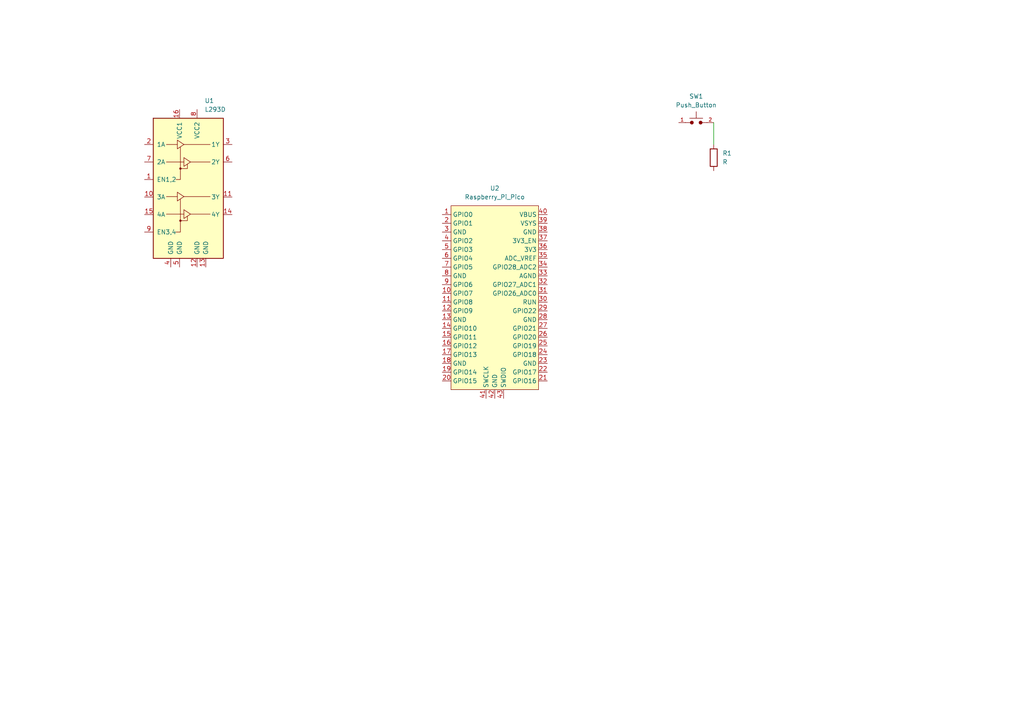
<source format=kicad_sch>
(kicad_sch (version 20231120) (generator "eeschema") (generator_version "8.0")
  (paper "A4")
  (lib_symbols
    (symbol "Device:R" (pin_numbers hide) (pin_names (offset 0))
      (property "Reference" "R" (at 2.032 0 90))
      (property "Value" "R" (at 0 0 90))
      (symbol "R_0_1"
        (rectangle (start -1.016 -2.54) (end 1.016 2.54) (stroke (width 0.254)))
      )
      (symbol "R_1_1"
        (pin passive line (at 0 3.81 270) (length 1.27) (name "~") (number "1"))
        (pin passive line (at 0 -3.81 90) (length 1.27) (name "~") (number "2"))
      )
    )
    (symbol "Driver_Motor:L293D" (pin_names (offset 1.016))
      (property "Reference" "U" (at -5.08 26.035 0))
      (property "Value" "L293D" (at -5.08 24.13 0))
      (symbol "L293D_0_1"
        (rectangle (start -10.16 22.86) (end 10.16 -17.78) (stroke (width 0.254)) (fill (type background)))
        (circle (center -2.286 -6.858) (radius 0.254) (fill (type outline)))
        (circle (center -2.286 8.255) (radius 0.254) (fill (type outline)))
        (polyline (pts (xy -6.35 -4.953) (xy -1.27 -4.953)))
        (polyline (pts (xy -6.35 0.127) (xy -3.175 0.127)))
        (polyline (pts (xy -6.35 10.16) (xy -1.27 10.16)))
        (polyline (pts (xy -6.35 15.24) (xy -3.175 15.24)))
        (polyline (pts (xy -1.27 0.127) (xy 6.35 0.127)))
        (polyline (pts (xy -1.27 15.24) (xy 6.35 15.24)))
        (polyline (pts (xy 0.635 -4.953) (xy 6.35 -4.953)))
        (polyline (pts (xy 0.635 10.16) (xy 6.35 10.16)))
        (polyline (pts (xy -2.286 -6.858) (xy -0.254 -6.858) (xy -0.254 -5.588)))
        (polyline (pts (xy -2.286 -0.635) (xy -2.286 -10.16) (xy -3.556 -10.16)))
        (polyline (pts (xy -2.286 8.255) (xy -0.254 8.255) (xy -0.254 9.525)))
        (polyline (pts (xy -2.286 14.478) (xy -2.286 5.08) (xy -3.556 5.08)))
        (polyline (pts (xy -3.175 1.397) (xy -3.175 -1.143) (xy -1.27 0.127) (xy -3.175 1.397)))
        (polyline (pts (xy -3.175 16.51) (xy -3.175 13.97) (xy -1.27 15.24) (xy -3.175 16.51)))
        (polyline (pts (xy -1.27 -3.683) (xy -1.27 -6.223) (xy 0.635 -4.953) (xy -1.27 -3.683)))
        (polyline (pts (xy -1.27 11.43) (xy -1.27 8.89) (xy 0.635 10.16) (xy -1.27 11.43)))
      )
      (symbol "L293D_1_1"
        (pin input line (at -12.7 5.08 0) (length 2.54) (name "EN1,2") (number "1"))
        (pin input line (at -12.7 0 0) (length 2.54) (name "3A") (number "10"))
        (pin output line (at 12.7 0 180) (length 2.54) (name "3Y") (number "11"))
        (pin power_in line (at 2.54 -20.32 90) (length 2.54) (name "GND") (number "12"))
        (pin power_in line (at 5.08 -20.32 90) (length 2.54) (name "GND") (number "13"))
        (pin output line (at 12.7 -5.08 180) (length 2.54) (name "4Y") (number "14"))
        (pin input line (at -12.7 -5.08 0) (length 2.54) (name "4A") (number "15"))
        (pin power_in line (at -2.54 25.4 270) (length 2.54) (name "VCC1") (number "16"))
        (pin input line (at -12.7 15.24 0) (length 2.54) (name "1A") (number "2"))
        (pin output line (at 12.7 15.24 180) (length 2.54) (name "1Y") (number "3"))
        (pin power_in line (at -5.08 -20.32 90) (length 2.54) (name "GND") (number "4"))
        (pin power_in line (at -2.54 -20.32 90) (length 2.54) (name "GND") (number "5"))
        (pin output line (at 12.7 10.16 180) (length 2.54) (name "2Y") (number "6"))
        (pin input line (at -12.7 10.16 0) (length 2.54) (name "2A") (number "7"))
        (pin power_in line (at 2.54 25.4 270) (length 2.54) (name "VCC2") (number "8"))
        (pin input line (at -12.7 -10.16 0) (length 2.54) (name "EN3,4") (number "9"))
      )
    )
    (symbol "PCM_SL_Devices:Push_Button"
      (property "Reference" "SW" (at 0 6.35 0))
      (property "Value" "Push_Button" (at 0 4.445 0))
      (symbol "Push_Button_0_1"
        (circle (center -1.27 0) (radius 0.4579) (fill (type outline)))
        (polyline (pts (xy -3.175 0) (xy -1.778 0)))
        (polyline (pts (xy -1.905 1.27) (xy 1.905 1.27)))
        (polyline (pts (xy 0 1.27) (xy 0 3.175)))
        (polyline (pts (xy 1.778 0) (xy 3.175 0)))
        (circle (center 1.27 0) (radius 0.4579) (fill (type outline)))
      )
      (symbol "Push_Button_1_1"
        (pin passive line (at -5.08 0 0) (length 2) (name "") (number "1"))
        (pin passive line (at 5.08 0 180) (length 2) (name "") (number "2"))
      )
    )
    (symbol "ScottoKeebs:MCU_Raspberry_Pi_Pico"
      (property "Reference" "U" (at 0 0 0))
      (property "Value" "Raspberry_Pi_Pico" (at 0 27.94 0))
      (symbol "MCU_Raspberry_Pi_Pico_0_1"
        (rectangle (start -12.7 26.67) (end 12.7 -26.67) (fill (type background)))
      )
      (symbol "MCU_Raspberry_Pi_Pico_1_1"
        (pin bidirectional line (at -15.24 24.13 0) (length 2.54) (name "GPIO0") (number "1"))
        (pin bidirectional line (at -15.24 1.27 0) (length 2.54) (name "GPIO7") (number "10"))
        (pin bidirectional line (at -15.24 -1.27 0) (length 2.54) (name "GPIO8") (number "11"))
        (pin bidirectional line (at -15.24 -3.81 0) (length 2.54) (name "GPIO9") (number "12"))
        (pin power_in line (at -15.24 -6.35 0) (length 2.54) (name "GND") (number "13"))
        (pin bidirectional line (at -15.24 -8.89 0) (length 2.54) (name "GPIO10") (number "14"))
        (pin bidirectional line (at -15.24 -11.43 0) (length 2.54) (name "GPIO11") (number "15"))
        (pin bidirectional line (at -15.24 -13.97 0) (length 2.54) (name "GPIO12") (number "16"))
        (pin bidirectional line (at -15.24 -16.51 0) (length 2.54) (name "GPIO13") (number "17"))
        (pin power_in line (at -15.24 -19.05 0) (length 2.54) (name "GND") (number "18"))
        (pin bidirectional line (at -15.24 -21.59 0) (length 2.54) (name "GPIO14") (number "19"))
        (pin bidirectional line (at -15.24 21.59 0) (length 2.54) (name "GPIO1") (number "2"))
        (pin bidirectional line (at -15.24 -24.13 0) (length 2.54) (name "GPIO15") (number "20"))
        (pin bidirectional line (at 15.24 -24.13 180) (length 2.54) (name "GPIO16") (number "21"))
        (pin bidirectional line (at 15.24 -21.59 180) (length 2.54) (name "GPIO17") (number "22"))
        (pin power_in line (at 15.24 -19.05 180) (length 2.54) (name "GND") (number "23"))
        (pin bidirectional line (at 15.24 -16.51 180) (length 2.54) (name "GPIO18") (number "24"))
        (pin bidirectional line (at 15.24 -13.97 180) (length 2.54) (name "GPIO19") (number "25"))
        (pin bidirectional line (at 15.24 -11.43 180) (length 2.54) (name "GPIO20") (number "26"))
        (pin bidirectional line (at 15.24 -8.89 180) (length 2.54) (name "GPIO21") (number "27"))
        (pin power_in line (at 15.24 -6.35 180) (length 2.54) (name "GND") (number "28"))
        (pin bidirectional line (at 15.24 -3.81 180) (length 2.54) (name "GPIO22") (number "29"))
        (pin power_in line (at -15.24 19.05 0) (length 2.54) (name "GND") (number "3"))
        (pin input line (at 15.24 -1.27 180) (length 2.54) (name "RUN") (number "30"))
        (pin bidirectional line (at 15.24 1.27 180) (length 2.54) (name "GPIO26_ADC0") (number "31"))
        (pin bidirectional line (at 15.24 3.81 180) (length 2.54) (name "GPIO27_ADC1") (number "32"))
        (pin power_in line (at 15.24 6.35 180) (length 2.54) (name "AGND") (number "33"))
        (pin bidirectional line (at 15.24 8.89 180) (length 2.54) (name "GPIO28_ADC2") (number "34"))
        (pin power_in line (at 15.24 11.43 180) (length 2.54) (name "ADC_VREF") (number "35"))
        (pin power_in line (at 15.24 13.97 180) (length 2.54) (name "3V3") (number "36"))
        (pin input line (at 15.24 16.51 180) (length 2.54) (name "3V3_EN") (number "37"))
        (pin bidirectional line (at 15.24 19.05 180) (length 2.54) (name "GND") (number "38"))
        (pin power_in line (at 15.24 21.59 180) (length 2.54) (name "VSYS") (number "39"))
        (pin bidirectional line (at -15.24 16.51 0) (length 2.54) (name "GPIO2") (number "4"))
        (pin power_in line (at 15.24 24.13 180) (length 2.54) (name "VBUS") (number "40"))
        (pin input line (at -2.54 -29.21 90) (length 2.54) (name "SWCLK") (number "41"))
        (pin power_in line (at 0 -29.21 90) (length 2.54) (name "GND") (number "42"))
        (pin bidirectional line (at 2.54 -29.21 90) (length 2.54) (name "SWDIO") (number "43"))
        (pin bidirectional line (at -15.24 13.97 0) (length 2.54) (name "GPIO3") (number "5"))
        (pin bidirectional line (at -15.24 11.43 0) (length 2.54) (name "GPIO4") (number "6"))
        (pin bidirectional line (at -15.24 8.89 0) (length 2.54) (name "GPIO5") (number "7"))
        (pin power_in line (at -15.24 6.35 0) (length 2.54) (name "GND") (number "8"))
        (pin bidirectional line (at -15.24 3.81 0) (length 2.54) (name "GPIO6") (number "9"))
      )
    )
  )
  (wire (pts (xy 207.01 35.56) (xy 207.01 41.91)))
  (symbol (lib_id "ScottoKeebs:MCU_Raspberry_Pi_Pico") (at 143.51 86.36 0) (unit 1)
    (property "Reference" "U2" (at 143.51 54.61 0))
    (property "Value" "Raspberry_Pi_Pico" (at 143.51 57.15 0))
    (property "Footprint" "ScottoKeebs_MCU:Raspberry_Pi_Pico" (effects (hide yes)))
  )
  (symbol (lib_id "PCM_SL_Devices:Push_Button") (at 201.93 35.56 0) (unit 1)
    (property "Reference" "SW1" (at 201.93 27.94 0))
    (property "Value" "Push_Button" (at 201.93 30.48 0))
    (property "Footprint" "Button_Switch_THT:SW_PUSH_6mm" (effects (hide yes)))
    (property "Description" "Common 6mmx6mm Push Button" (effects (hide yes)))
  )
  (symbol (lib_id "Driver_Motor:L293D") (at 54.61 57.15 0) (unit 1)
    (property "Reference" "U1" (at 59.3441 29.21 0) (effects (justify left)))
    (property "Value" "L293D" (at 59.3441 31.75 0) (effects (justify left)))
    (property "Footprint" "Package_DIP:DIP-16_W7.62mm" (effects (hide yes)))
    (property "Datasheet" "http://www.ti.com/lit/ds/symlink/l293.pdf" (effects (hide yes)))
    (property "Description" "Quadruple Half-H Drivers" (effects (hide yes)))
  )
  (symbol (lib_id "Device:R") (at 207.01 45.72 0) (unit 1)
    (property "Reference" "R1" (at 209.55 44.4499 0) (effects (justify left)))
    (property "Value" "R" (at 209.55 46.9899 0) (effects (justify left)))
    (property "Description" "Resistor" (effects (hide yes)))
  )
)
</source>
